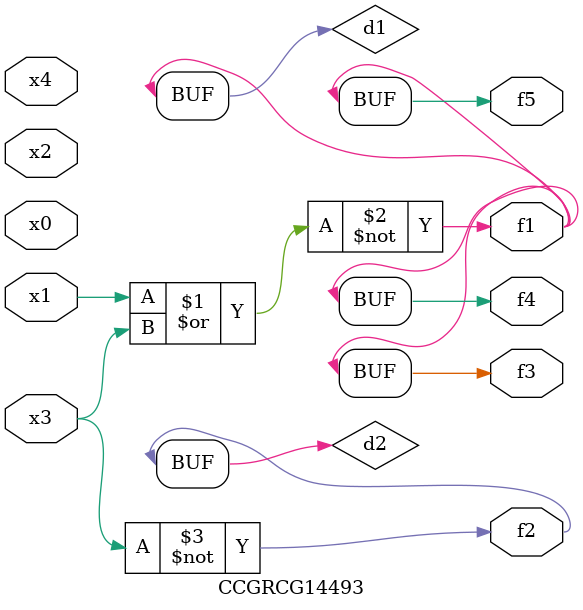
<source format=v>
module CCGRCG14493(
	input x0, x1, x2, x3, x4,
	output f1, f2, f3, f4, f5
);

	wire d1, d2;

	nor (d1, x1, x3);
	not (d2, x3);
	assign f1 = d1;
	assign f2 = d2;
	assign f3 = d1;
	assign f4 = d1;
	assign f5 = d1;
endmodule

</source>
